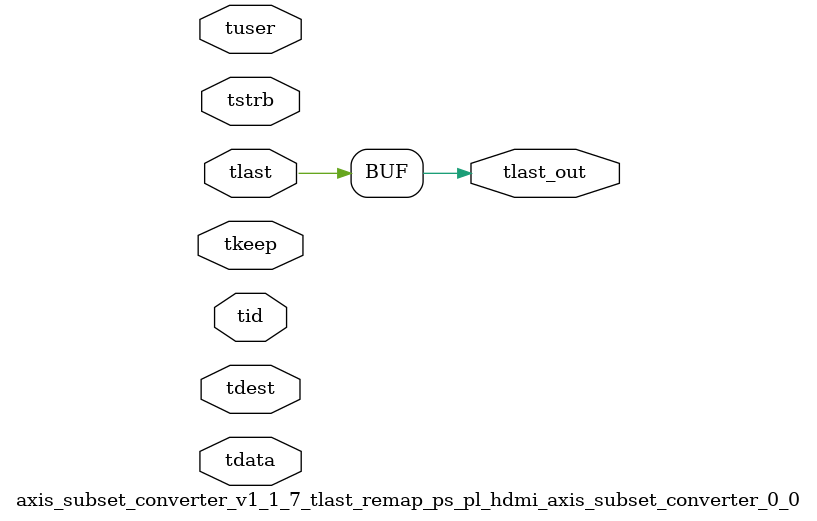
<source format=v>


`timescale 1ps/1ps

module axis_subset_converter_v1_1_7_tlast_remap_ps_pl_hdmi_axis_subset_converter_0_0 #
(
parameter C_S_AXIS_TID_WIDTH   = 1,
parameter C_S_AXIS_TUSER_WIDTH = 0,
parameter C_S_AXIS_TDATA_WIDTH = 0,
parameter C_S_AXIS_TDEST_WIDTH = 0
)
(
input  [(C_S_AXIS_TID_WIDTH   == 0 ? 1 : C_S_AXIS_TID_WIDTH)-1:0       ] tid,
input  [(C_S_AXIS_TDATA_WIDTH == 0 ? 1 : C_S_AXIS_TDATA_WIDTH)-1:0     ] tdata,
input  [(C_S_AXIS_TUSER_WIDTH == 0 ? 1 : C_S_AXIS_TUSER_WIDTH)-1:0     ] tuser,
input  [(C_S_AXIS_TDEST_WIDTH == 0 ? 1 : C_S_AXIS_TDEST_WIDTH)-1:0     ] tdest,
input  [(C_S_AXIS_TDATA_WIDTH/8)-1:0 ] tkeep,
input  [(C_S_AXIS_TDATA_WIDTH/8)-1:0 ] tstrb,
input  [0:0]                                                             tlast,
output                                                                   tlast_out
);

assign tlast_out = {tlast[0]};

endmodule


</source>
